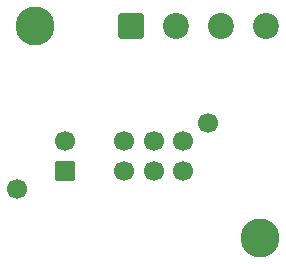
<source format=gts>
G04 #@! TF.GenerationSoftware,KiCad,Pcbnew,6.0.5-a6ca702e91~116~ubuntu20.04.1*
G04 #@! TF.CreationDate,2022-06-19T14:06:46-04:00*
G04 #@! TF.ProjectId,sidekickvco_b2,73696465-6b69-4636-9b76-636f5f62322e,rev?*
G04 #@! TF.SameCoordinates,Original*
G04 #@! TF.FileFunction,Soldermask,Top*
G04 #@! TF.FilePolarity,Negative*
%FSLAX46Y46*%
G04 Gerber Fmt 4.6, Leading zero omitted, Abs format (unit mm)*
G04 Created by KiCad (PCBNEW 6.0.5-a6ca702e91~116~ubuntu20.04.1) date 2022-06-19 14:06:46*
%MOMM*%
%LPD*%
G01*
G04 APERTURE LIST*
G04 Aperture macros list*
%AMRoundRect*
0 Rectangle with rounded corners*
0 $1 Rounding radius*
0 $2 $3 $4 $5 $6 $7 $8 $9 X,Y pos of 4 corners*
0 Add a 4 corners polygon primitive as box body*
4,1,4,$2,$3,$4,$5,$6,$7,$8,$9,$2,$3,0*
0 Add four circle primitives for the rounded corners*
1,1,$1+$1,$2,$3*
1,1,$1+$1,$4,$5*
1,1,$1+$1,$6,$7*
1,1,$1+$1,$8,$9*
0 Add four rect primitives between the rounded corners*
20,1,$1+$1,$2,$3,$4,$5,0*
20,1,$1+$1,$4,$5,$6,$7,0*
20,1,$1+$1,$6,$7,$8,$9,0*
20,1,$1+$1,$8,$9,$2,$3,0*%
G04 Aperture macros list end*
%ADD10C,2.200000*%
%ADD11C,1.700000*%
%ADD12RoundRect,0.050000X0.800000X0.800000X-0.800000X0.800000X-0.800000X-0.800000X0.800000X-0.800000X0*%
%ADD13RoundRect,0.300001X-0.799999X-0.799999X0.799999X-0.799999X0.799999X0.799999X-0.799999X0.799999X0*%
%ADD14C,3.300000*%
G04 APERTURE END LIST*
D10*
G04 #@! TO.C,J15*
X152389999Y-91009999D03*
G04 #@! TD*
D11*
G04 #@! TO.C,SW2*
X155138199Y-99220399D03*
X138938199Y-104820399D03*
D12*
X143038199Y-103270399D03*
D11*
X148038199Y-103270399D03*
X150538199Y-103270399D03*
X153038199Y-103270399D03*
X143038199Y-100770399D03*
X148038199Y-100770399D03*
X150538199Y-100770399D03*
X153038199Y-100770399D03*
G04 #@! TD*
D13*
G04 #@! TO.C,J14*
X148579999Y-91009999D03*
G04 #@! TD*
D14*
G04 #@! TO.C,H2*
X140499999Y-90999999D03*
G04 #@! TD*
D10*
G04 #@! TO.C,J17*
X160009999Y-91009999D03*
G04 #@! TD*
D14*
G04 #@! TO.C,H1*
X159499999Y-108999999D03*
G04 #@! TD*
D10*
G04 #@! TO.C,J16*
X156199999Y-91009999D03*
G04 #@! TD*
M02*

</source>
